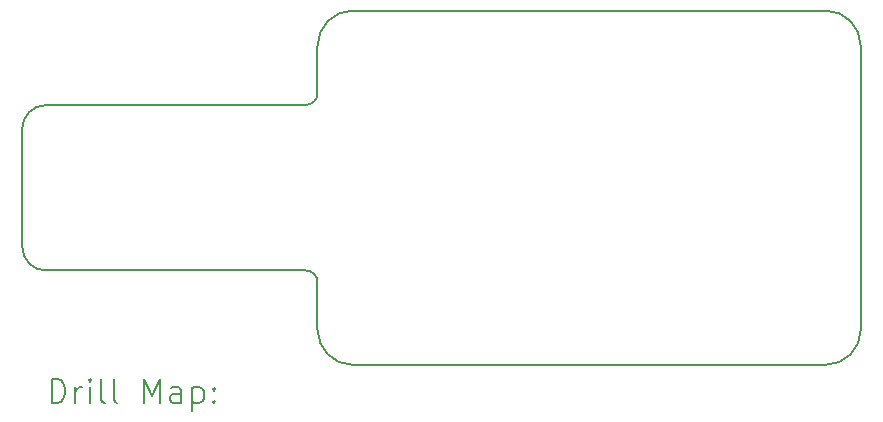
<source format=gbr>
%TF.GenerationSoftware,KiCad,Pcbnew,7.0.9*%
%TF.CreationDate,2023-12-19T12:33:21+08:00*%
%TF.ProjectId,vnh5019,766e6835-3031-4392-9e6b-696361645f70,rev?*%
%TF.SameCoordinates,Original*%
%TF.FileFunction,Drillmap*%
%TF.FilePolarity,Positive*%
%FSLAX45Y45*%
G04 Gerber Fmt 4.5, Leading zero omitted, Abs format (unit mm)*
G04 Created by KiCad (PCBNEW 7.0.9) date 2023-12-19 12:33:21*
%MOMM*%
%LPD*%
G01*
G04 APERTURE LIST*
%ADD10C,0.200000*%
G04 APERTURE END LIST*
D10*
X8400000Y-11300000D02*
G75*
G03*
X8300000Y-11200000I-100000J0D01*
G01*
X12700000Y-9000000D02*
X8700000Y-9000000D01*
X13000000Y-11700000D02*
X13000000Y-9300000D01*
X5900000Y-11000000D02*
G75*
G03*
X6100000Y-11200000I200000J0D01*
G01*
X8400000Y-11300000D02*
X8400000Y-11700000D01*
X8400000Y-9300000D02*
X8400000Y-9700000D01*
X8300000Y-9800000D02*
G75*
G03*
X8400000Y-9700000I0J100000D01*
G01*
X13000000Y-9300000D02*
G75*
G03*
X12700000Y-9000000I-300000J0D01*
G01*
X12700000Y-12000000D02*
G75*
G03*
X13000000Y-11700000I0J300000D01*
G01*
X6100000Y-9800000D02*
G75*
G03*
X5900000Y-10000000I0J-200000D01*
G01*
X8300000Y-9800000D02*
X6100000Y-9800000D01*
X8700000Y-12000000D02*
X12700000Y-12000000D01*
X8400000Y-11700000D02*
G75*
G03*
X8700000Y-12000000I300000J0D01*
G01*
X5900000Y-10000000D02*
X5900000Y-11000000D01*
X6100000Y-11200000D02*
X8300000Y-11200000D01*
X8700000Y-9000000D02*
G75*
G03*
X8400000Y-9300000I0J-300000D01*
G01*
X6150777Y-12321484D02*
X6150777Y-12121484D01*
X6150777Y-12121484D02*
X6198396Y-12121484D01*
X6198396Y-12121484D02*
X6226967Y-12131008D01*
X6226967Y-12131008D02*
X6246015Y-12150055D01*
X6246015Y-12150055D02*
X6255539Y-12169103D01*
X6255539Y-12169103D02*
X6265062Y-12207198D01*
X6265062Y-12207198D02*
X6265062Y-12235769D01*
X6265062Y-12235769D02*
X6255539Y-12273865D01*
X6255539Y-12273865D02*
X6246015Y-12292912D01*
X6246015Y-12292912D02*
X6226967Y-12311960D01*
X6226967Y-12311960D02*
X6198396Y-12321484D01*
X6198396Y-12321484D02*
X6150777Y-12321484D01*
X6350777Y-12321484D02*
X6350777Y-12188150D01*
X6350777Y-12226246D02*
X6360301Y-12207198D01*
X6360301Y-12207198D02*
X6369824Y-12197674D01*
X6369824Y-12197674D02*
X6388872Y-12188150D01*
X6388872Y-12188150D02*
X6407920Y-12188150D01*
X6474586Y-12321484D02*
X6474586Y-12188150D01*
X6474586Y-12121484D02*
X6465062Y-12131008D01*
X6465062Y-12131008D02*
X6474586Y-12140531D01*
X6474586Y-12140531D02*
X6484110Y-12131008D01*
X6484110Y-12131008D02*
X6474586Y-12121484D01*
X6474586Y-12121484D02*
X6474586Y-12140531D01*
X6598396Y-12321484D02*
X6579348Y-12311960D01*
X6579348Y-12311960D02*
X6569824Y-12292912D01*
X6569824Y-12292912D02*
X6569824Y-12121484D01*
X6703158Y-12321484D02*
X6684110Y-12311960D01*
X6684110Y-12311960D02*
X6674586Y-12292912D01*
X6674586Y-12292912D02*
X6674586Y-12121484D01*
X6931729Y-12321484D02*
X6931729Y-12121484D01*
X6931729Y-12121484D02*
X6998396Y-12264341D01*
X6998396Y-12264341D02*
X7065062Y-12121484D01*
X7065062Y-12121484D02*
X7065062Y-12321484D01*
X7246015Y-12321484D02*
X7246015Y-12216722D01*
X7246015Y-12216722D02*
X7236491Y-12197674D01*
X7236491Y-12197674D02*
X7217443Y-12188150D01*
X7217443Y-12188150D02*
X7179348Y-12188150D01*
X7179348Y-12188150D02*
X7160301Y-12197674D01*
X7246015Y-12311960D02*
X7226967Y-12321484D01*
X7226967Y-12321484D02*
X7179348Y-12321484D01*
X7179348Y-12321484D02*
X7160301Y-12311960D01*
X7160301Y-12311960D02*
X7150777Y-12292912D01*
X7150777Y-12292912D02*
X7150777Y-12273865D01*
X7150777Y-12273865D02*
X7160301Y-12254817D01*
X7160301Y-12254817D02*
X7179348Y-12245293D01*
X7179348Y-12245293D02*
X7226967Y-12245293D01*
X7226967Y-12245293D02*
X7246015Y-12235769D01*
X7341253Y-12188150D02*
X7341253Y-12388150D01*
X7341253Y-12197674D02*
X7360301Y-12188150D01*
X7360301Y-12188150D02*
X7398396Y-12188150D01*
X7398396Y-12188150D02*
X7417443Y-12197674D01*
X7417443Y-12197674D02*
X7426967Y-12207198D01*
X7426967Y-12207198D02*
X7436491Y-12226246D01*
X7436491Y-12226246D02*
X7436491Y-12283388D01*
X7436491Y-12283388D02*
X7426967Y-12302436D01*
X7426967Y-12302436D02*
X7417443Y-12311960D01*
X7417443Y-12311960D02*
X7398396Y-12321484D01*
X7398396Y-12321484D02*
X7360301Y-12321484D01*
X7360301Y-12321484D02*
X7341253Y-12311960D01*
X7522205Y-12302436D02*
X7531729Y-12311960D01*
X7531729Y-12311960D02*
X7522205Y-12321484D01*
X7522205Y-12321484D02*
X7512682Y-12311960D01*
X7512682Y-12311960D02*
X7522205Y-12302436D01*
X7522205Y-12302436D02*
X7522205Y-12321484D01*
X7522205Y-12197674D02*
X7531729Y-12207198D01*
X7531729Y-12207198D02*
X7522205Y-12216722D01*
X7522205Y-12216722D02*
X7512682Y-12207198D01*
X7512682Y-12207198D02*
X7522205Y-12197674D01*
X7522205Y-12197674D02*
X7522205Y-12216722D01*
M02*

</source>
